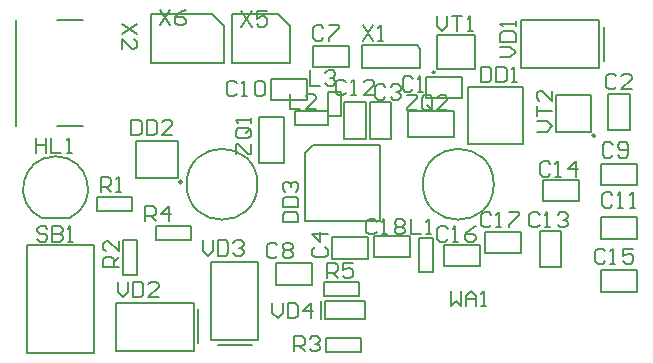
<source format=gto>
G04*
G04 #@! TF.GenerationSoftware,Altium Limited,Altium Designer,23.8.1 (32)*
G04*
G04 Layer_Color=65535*
%FSLAX44Y44*%
%MOMM*%
G71*
G04*
G04 #@! TF.SameCoordinates,BD739B87-A4AA-4D6D-BF89-38DACE635197*
G04*
G04*
G04 #@! TF.FilePolarity,Positive*
G04*
G01*
G75*
%ADD10C,0.2000*%
%ADD11C,0.2540*%
%ADD12C,0.1270*%
D10*
X-116500Y103000D02*
G03*
X-116500Y103000I-30000J0D01*
G01*
X83500D02*
G03*
X83500Y103000I-30000J0D01*
G01*
X-276068Y74177D02*
G03*
X-298597Y74027I-11432J25016D01*
G01*
X-56500Y181000D02*
X-45500D01*
X-56500Y161000D02*
Y181000D01*
Y161000D02*
X-45500D01*
Y181000D01*
X-56500Y153000D02*
Y165000D01*
X-85000D02*
X-56500D01*
X-85000Y153000D02*
Y165000D01*
Y153000D02*
X-56500D01*
X-76500Y72000D02*
Y129250D01*
Y72000D02*
X-12500D01*
Y136000D01*
X-69750D02*
X-12500D01*
X-76500Y129250D02*
X-69750Y136000D01*
X41750Y52000D02*
X72250D01*
Y34000D02*
Y52000D01*
X41750Y34000D02*
X72250D01*
X41750D02*
Y52000D01*
X75750Y63000D02*
X106250D01*
Y45000D02*
Y63000D01*
X75750Y45000D02*
X106250D01*
X75750D02*
Y63000D01*
X174250Y57000D02*
Y75000D01*
Y57000D02*
X204750D01*
Y75000D01*
X174250D02*
X204750D01*
X-252500Y80000D02*
Y92000D01*
Y80000D02*
X-222500D01*
Y92000D01*
X-252500D02*
X-222500D01*
X20000Y57500D02*
X32000D01*
X20000Y29000D02*
Y57500D01*
Y29000D02*
X32000D01*
Y57500D01*
X-53750Y58000D02*
X-23250D01*
Y40000D02*
Y58000D01*
X-53750Y40000D02*
X-23250D01*
X-53750D02*
Y58000D01*
X174250Y102000D02*
X204750D01*
X174250D02*
Y120000D01*
X204750D01*
Y102000D02*
Y120000D01*
X-25000Y141750D02*
Y172250D01*
X-43000Y141750D02*
X-25000D01*
X-43000D02*
Y172250D01*
X-25000D01*
X-236500Y-37750D02*
Y2750D01*
Y-37750D02*
X-170500D01*
Y2750D01*
X-236500D02*
X-170500D01*
X-166500Y-24250D02*
Y-9750D01*
Y-31500D02*
Y-24250D01*
Y-9750D02*
Y-2500D01*
X176500Y229250D02*
Y236500D01*
Y207500D02*
Y214750D01*
Y229250D01*
X106500Y241750D02*
X172500D01*
Y201250D02*
Y241750D01*
X106500Y201250D02*
X172500D01*
X106500D02*
Y241750D01*
X-21500Y141750D02*
X-3500D01*
Y172250D01*
X-21500D02*
X-3500D01*
X-21500Y141750D02*
Y172250D01*
X12750Y41000D02*
Y59000D01*
X-17750D02*
X12750D01*
X-17750Y41000D02*
Y59000D01*
Y41000D02*
X12750D01*
X35500Y200500D02*
X67500D01*
Y229500D01*
X35500D02*
X67500D01*
X35500Y200500D02*
Y229500D01*
X-74250Y174000D02*
Y192000D01*
X-104750D02*
X-74250D01*
X-104750Y174000D02*
Y192000D01*
Y174000D02*
X-74250D01*
X-115500Y121000D02*
X-93750D01*
Y160000D01*
X-115500D02*
X-93750D01*
X-115500Y121000D02*
Y160000D01*
X-70250Y18000D02*
Y36000D01*
X-100750D02*
X-70250D01*
X-100750Y18000D02*
Y36000D01*
Y18000D02*
X-70250D01*
X122500Y63250D02*
X140500D01*
X122500Y32750D02*
Y63250D01*
Y32750D02*
X140500D01*
Y63250D01*
X125250Y89000D02*
Y107000D01*
Y89000D02*
X155750D01*
Y107000D01*
X125250D02*
X155750D01*
X204750Y12000D02*
Y30000D01*
X174250D02*
X204750D01*
X174250Y12000D02*
Y30000D01*
Y12000D02*
X204750D01*
X-39250Y202000D02*
Y220000D01*
X-69750D02*
X-39250D01*
X-69750Y202000D02*
Y220000D01*
Y202000D02*
X-39250D01*
X61500Y137000D02*
Y185000D01*
X108500D01*
X61500Y137000D02*
X108500D01*
Y185000D01*
X-60500Y8000D02*
X-30500D01*
X-60500D02*
Y20000D01*
X-30500D01*
Y8000D02*
Y20000D01*
X25750Y176000D02*
Y194000D01*
Y176000D02*
X56250D01*
Y194000D01*
X25750D02*
X56250D01*
X180500Y179250D02*
X198500D01*
X180500Y148750D02*
Y179250D01*
Y148750D02*
X198500D01*
Y179250D01*
X-202500Y68000D02*
X-172500D01*
Y56000D02*
Y68000D01*
X-202500Y56000D02*
X-172500D01*
X-202500D02*
Y68000D01*
X-58500Y-39000D02*
X-28500D01*
X-58500D02*
Y-27000D01*
X-28500D01*
Y-39000D02*
Y-27000D01*
X-62750Y-11250D02*
Y-10250D01*
Y3750D01*
X-59750D02*
X-25250D01*
Y-11250D02*
Y3750D01*
X-59750Y-11250D02*
X-25250D01*
X-59750D02*
Y3750D01*
X-230500Y26000D02*
Y56000D01*
X-218500D01*
Y26000D02*
Y56000D01*
X-230500Y26000D02*
X-218500D01*
X-128250Y-33000D02*
X-121000D01*
X-150000D02*
X-142750D01*
X-128250D01*
X-115750Y-29000D02*
Y37000D01*
X-156250Y-29000D02*
X-115750D01*
X-156250D02*
Y37000D01*
X-115750D01*
X165500Y147000D02*
Y179000D01*
X136500D02*
X165500D01*
X136500Y147000D02*
Y179000D01*
Y147000D02*
X165500D01*
X11000Y143250D02*
Y165000D01*
Y143250D02*
X50000D01*
Y165000D01*
X11000D02*
X50000D01*
X21250Y201250D02*
Y217750D01*
X18250Y220750D02*
X21250Y217750D01*
X-28250Y220750D02*
X18250D01*
X-28250Y201250D02*
X21250D01*
X-28250D02*
Y220750D01*
X-219000Y108000D02*
X-184000D01*
X-219000D02*
Y140000D01*
X-184000D01*
Y108000D02*
Y140000D01*
X-138500Y205500D02*
Y247500D01*
Y205500D02*
X-89000D01*
Y237250D01*
X-138500Y247500D02*
X-99250D01*
X-89000Y237250D01*
X-154750Y247500D02*
X-144500Y237250D01*
X-206500Y247500D02*
X-154750D01*
X-144500Y205500D02*
Y237250D01*
X-206500Y205500D02*
X-144500D01*
X-206500D02*
Y247500D01*
X-311500Y44000D02*
Y51750D01*
X-255250D01*
Y-40000D02*
Y51750D01*
X-311500Y-40000D02*
X-255250D01*
X-311500D02*
Y44000D01*
X-298597Y74027D02*
X-276318D01*
X-72330Y199498D02*
Y186502D01*
X-63666D01*
X-59334Y197332D02*
X-57168Y199498D01*
X-52836D01*
X-50670Y197332D01*
Y195166D01*
X-52836Y193000D01*
X-55002D01*
X-52836D01*
X-50670Y190834D01*
Y188668D01*
X-52836Y186502D01*
X-57168D01*
X-59334Y188668D01*
X-88830Y179498D02*
Y166502D01*
X-80166D01*
X-67170D02*
X-75834D01*
X-67170Y175166D01*
Y177332D01*
X-69336Y179498D01*
X-73668D01*
X-75834Y177332D01*
X47059Y12563D02*
Y-433D01*
X51391Y3899D01*
X55723Y-433D01*
Y12563D01*
X60055Y-433D02*
Y8231D01*
X64387Y12563D01*
X68719Y8231D01*
Y-433D01*
Y6065D01*
X60055D01*
X73051Y-433D02*
X77383D01*
X75217D01*
Y12563D01*
X73051Y10397D01*
X183988Y93878D02*
X181822Y96044D01*
X177490D01*
X175324Y93878D01*
Y85214D01*
X177490Y83048D01*
X181822D01*
X183988Y85214D01*
X188320Y83048D02*
X192652D01*
X190486D01*
Y96044D01*
X188320Y93878D01*
X199150Y83048D02*
X203482D01*
X201316D01*
Y96044D01*
X199150Y93878D01*
X13336Y73498D02*
Y60502D01*
X22000D01*
X26332D02*
X30664D01*
X28498D01*
Y73498D01*
X26332Y71332D01*
X9672Y178498D02*
X18336D01*
Y176332D01*
X9672Y167668D01*
Y165502D01*
X18336D01*
X31332Y167668D02*
Y176332D01*
X29166Y178498D01*
X24834D01*
X22668Y176332D01*
Y167668D01*
X24834Y165502D01*
X29166D01*
X27000Y169834D02*
X31332Y165502D01*
X29166D02*
X31332Y167668D01*
X44328Y165502D02*
X35664D01*
X44328Y174166D01*
Y176332D01*
X42162Y178498D01*
X37830D01*
X35664Y176332D01*
X-134998Y128838D02*
Y137502D01*
X-132832D01*
X-124168Y128838D01*
X-122002D01*
Y137502D01*
X-124168Y150498D02*
X-132832D01*
X-134998Y148332D01*
Y144000D01*
X-132832Y141834D01*
X-124168D01*
X-122002Y144000D01*
Y148332D01*
X-126334Y146166D02*
X-122002Y150498D01*
Y148332D02*
X-124168Y150498D01*
X-122002Y154830D02*
Y159162D01*
Y156996D01*
X-134998D01*
X-132832Y154830D01*
X-199080Y250748D02*
X-190416Y237752D01*
Y250748D02*
X-199080Y237752D01*
X-177420Y250748D02*
X-181752Y248582D01*
X-186084Y244250D01*
Y239918D01*
X-183918Y237752D01*
X-179586D01*
X-177420Y239918D01*
Y242084D01*
X-179586Y244250D01*
X-186084D01*
X-130080Y249498D02*
X-121416Y236502D01*
Y249498D02*
X-130080Y236502D01*
X-108420Y249498D02*
X-117084D01*
Y243000D01*
X-112752Y245166D01*
X-110586D01*
X-108420Y243000D01*
Y238668D01*
X-110586Y236502D01*
X-114918D01*
X-117084Y238668D01*
X-218502Y238780D02*
X-231498Y230116D01*
X-218502D02*
X-231498Y238780D01*
Y217120D02*
Y225784D01*
X-222834Y217120D01*
X-220668D01*
X-218502Y219286D01*
Y223618D01*
X-220668Y225784D01*
X-27164Y237498D02*
X-18500Y224502D01*
Y237498D02*
X-27164Y224502D01*
X-14168D02*
X-9836D01*
X-12002D01*
Y237498D01*
X-14168Y235332D01*
X120002Y147672D02*
X128666D01*
X132998Y152004D01*
X128666Y156336D01*
X120002D01*
Y160668D02*
Y169332D01*
Y165000D01*
X132998D01*
Y182328D02*
Y173664D01*
X124334Y182328D01*
X122168D01*
X120002Y180162D01*
Y175830D01*
X122168Y173664D01*
X35338Y245498D02*
Y236834D01*
X39670Y232502D01*
X44002Y236834D01*
Y245498D01*
X48334D02*
X56998D01*
X52666D01*
Y232502D01*
X61330D02*
X65662D01*
X63496D01*
Y245498D01*
X61330Y243332D01*
X-103828Y2498D02*
Y-6166D01*
X-99496Y-10498D01*
X-95164Y-6166D01*
Y2498D01*
X-90832D02*
Y-10498D01*
X-84334D01*
X-82168Y-8332D01*
Y332D01*
X-84334Y2498D01*
X-90832D01*
X-71338Y-10498D02*
Y2498D01*
X-77836Y-4000D01*
X-69172D01*
X-162828Y55498D02*
Y46834D01*
X-158496Y42502D01*
X-154164Y46834D01*
Y55498D01*
X-149832D02*
Y42502D01*
X-143334D01*
X-141168Y44668D01*
Y53332D01*
X-143334Y55498D01*
X-149832D01*
X-136836Y53332D02*
X-134670Y55498D01*
X-130338D01*
X-128172Y53332D01*
Y51166D01*
X-130338Y49000D01*
X-132504D01*
X-130338D01*
X-128172Y46834D01*
Y44668D01*
X-130338Y42502D01*
X-134670D01*
X-136836Y44668D01*
X-234828Y20498D02*
Y11834D01*
X-230496Y7502D01*
X-226164Y11834D01*
Y20498D01*
X-221832D02*
Y7502D01*
X-215334D01*
X-213168Y9668D01*
Y18332D01*
X-215334Y20498D01*
X-221832D01*
X-200172Y7502D02*
X-208836D01*
X-200172Y16166D01*
Y18332D01*
X-202338Y20498D01*
X-206670D01*
X-208836Y18332D01*
X89002Y210838D02*
X97666D01*
X101998Y215170D01*
X97666Y219502D01*
X89002D01*
Y223834D02*
X101998D01*
Y230332D01*
X99832Y232498D01*
X91168D01*
X89002Y230332D01*
Y223834D01*
X101998Y236830D02*
Y241162D01*
Y238996D01*
X89002D01*
X91168Y236830D01*
X-294498Y65332D02*
X-296664Y67498D01*
X-300996D01*
X-303162Y65332D01*
Y63166D01*
X-300996Y61000D01*
X-296664D01*
X-294498Y58834D01*
Y56668D01*
X-296664Y54502D01*
X-300996D01*
X-303162Y56668D01*
X-290166Y67498D02*
Y54502D01*
X-283668D01*
X-281502Y56668D01*
Y58834D01*
X-283668Y61000D01*
X-290166D01*
X-283668D01*
X-281502Y63166D01*
Y65332D01*
X-283668Y67498D01*
X-290166D01*
X-277170Y54502D02*
X-272838D01*
X-275004D01*
Y67498D01*
X-277170Y65332D01*
X-57330Y23502D02*
Y36498D01*
X-50832D01*
X-48666Y34332D01*
Y30000D01*
X-50832Y27834D01*
X-57330D01*
X-52998D02*
X-48666Y23502D01*
X-35670Y36498D02*
X-44334D01*
Y30000D01*
X-40002Y32166D01*
X-37836D01*
X-35670Y30000D01*
Y25668D01*
X-37836Y23502D01*
X-42168D01*
X-44334Y25668D01*
X-211330Y71502D02*
Y84498D01*
X-204832D01*
X-202666Y82332D01*
Y78000D01*
X-204832Y75834D01*
X-211330D01*
X-206998D02*
X-202666Y71502D01*
X-191836D02*
Y84498D01*
X-198334Y78000D01*
X-189670D01*
X-85330Y-38498D02*
Y-25502D01*
X-78832D01*
X-76666Y-27668D01*
Y-32000D01*
X-78832Y-34166D01*
X-85330D01*
X-80998D02*
X-76666Y-38498D01*
X-72334Y-27668D02*
X-70168Y-25502D01*
X-65836D01*
X-63670Y-27668D01*
Y-29834D01*
X-65836Y-32000D01*
X-68002D01*
X-65836D01*
X-63670Y-34166D01*
Y-36332D01*
X-65836Y-38498D01*
X-70168D01*
X-72334Y-36332D01*
X-234002Y33170D02*
X-246998D01*
Y39668D01*
X-244832Y41834D01*
X-240500D01*
X-238334Y39668D01*
Y33170D01*
Y37502D02*
X-234002Y41834D01*
Y54830D02*
Y46166D01*
X-242666Y54830D01*
X-244832D01*
X-246998Y52664D01*
Y48332D01*
X-244832Y46166D01*
X-249164Y96502D02*
Y109498D01*
X-242666D01*
X-240500Y107332D01*
Y103000D01*
X-242666Y100834D01*
X-249164D01*
X-244832D02*
X-240500Y96502D01*
X-236168D02*
X-231836D01*
X-234002D01*
Y109498D01*
X-236168Y107332D01*
X-304162Y142498D02*
Y129502D01*
Y136000D01*
X-295498D01*
Y142498D01*
Y129502D01*
X-291166Y142498D02*
Y129502D01*
X-282502D01*
X-278170D02*
X-273838D01*
X-276004D01*
Y142498D01*
X-278170Y140332D01*
X-94998Y70672D02*
X-82002D01*
Y77170D01*
X-84168Y79336D01*
X-92832D01*
X-94998Y77170D01*
Y70672D01*
Y83668D02*
X-82002D01*
Y90166D01*
X-84168Y92332D01*
X-92832D01*
X-94998Y90166D01*
Y83668D01*
X-92832Y96664D02*
X-94998Y98830D01*
Y103162D01*
X-92832Y105328D01*
X-90666D01*
X-88500Y103162D01*
Y100996D01*
Y103162D01*
X-86334Y105328D01*
X-84168D01*
X-82002Y103162D01*
Y98830D01*
X-84168Y96664D01*
X-223328Y157498D02*
Y144502D01*
X-216830D01*
X-214664Y146668D01*
Y155332D01*
X-216830Y157498D01*
X-223328D01*
X-210332D02*
Y144502D01*
X-203834D01*
X-201668Y146668D01*
Y155332D01*
X-203834Y157498D01*
X-210332D01*
X-188672Y144502D02*
X-197336D01*
X-188672Y153166D01*
Y155332D01*
X-190838Y157498D01*
X-195170D01*
X-197336Y155332D01*
X72838Y202498D02*
Y189502D01*
X79336D01*
X81502Y191668D01*
Y200332D01*
X79336Y202498D01*
X72838D01*
X85834D02*
Y189502D01*
X92332D01*
X94498Y191668D01*
Y200332D01*
X92332Y202498D01*
X85834D01*
X98830Y189502D02*
X103162D01*
X100996D01*
Y202498D01*
X98830Y200332D01*
X-15581Y71332D02*
X-17747Y73498D01*
X-22079D01*
X-24245Y71332D01*
Y62668D01*
X-22079Y60502D01*
X-17747D01*
X-15581Y62668D01*
X-11249Y60502D02*
X-6917D01*
X-9083D01*
Y73498D01*
X-11249Y71332D01*
X-419D02*
X1747Y73498D01*
X6079D01*
X8245Y71332D01*
Y69166D01*
X6079Y67000D01*
X8245Y64834D01*
Y62668D01*
X6079Y60502D01*
X1747D01*
X-419Y62668D01*
Y64834D01*
X1747Y67000D01*
X-419Y69166D01*
Y71332D01*
X1747Y67000D02*
X6079D01*
X81419Y77332D02*
X79253Y79498D01*
X74921D01*
X72755Y77332D01*
Y68668D01*
X74921Y66502D01*
X79253D01*
X81419Y68668D01*
X85751Y66502D02*
X90083D01*
X87917D01*
Y79498D01*
X85751Y77332D01*
X96581Y79498D02*
X105245D01*
Y77332D01*
X96581Y68668D01*
Y66502D01*
X44419Y65332D02*
X42253Y67498D01*
X37921D01*
X35755Y65332D01*
Y56668D01*
X37921Y54502D01*
X42253D01*
X44419Y56668D01*
X48751Y54502D02*
X53083D01*
X50917D01*
Y67498D01*
X48751Y65332D01*
X68245Y67498D02*
X63913Y65332D01*
X59581Y61000D01*
Y56668D01*
X61747Y54502D01*
X66079D01*
X68245Y56668D01*
Y58834D01*
X66079Y61000D01*
X59581D01*
X177919Y46332D02*
X175753Y48498D01*
X171421D01*
X169255Y46332D01*
Y37668D01*
X171421Y35502D01*
X175753D01*
X177919Y37668D01*
X182251Y35502D02*
X186583D01*
X184417D01*
Y48498D01*
X182251Y46332D01*
X201745Y48498D02*
X193081D01*
Y42000D01*
X197413Y44166D01*
X199579D01*
X201745Y42000D01*
Y37668D01*
X199579Y35502D01*
X195247D01*
X193081Y37668D01*
X131419Y120332D02*
X129253Y122498D01*
X124921D01*
X122755Y120332D01*
Y111668D01*
X124921Y109502D01*
X129253D01*
X131419Y111668D01*
X135751Y109502D02*
X140083D01*
X137917D01*
Y122498D01*
X135751Y120332D01*
X153079Y109502D02*
Y122498D01*
X146581Y116000D01*
X155245D01*
X122419Y77332D02*
X120253Y79498D01*
X115921D01*
X113755Y77332D01*
Y68668D01*
X115921Y66502D01*
X120253D01*
X122419Y68668D01*
X126751Y66502D02*
X131083D01*
X128917D01*
Y79498D01*
X126751Y77332D01*
X137581D02*
X139747Y79498D01*
X144079D01*
X146245Y77332D01*
Y75166D01*
X144079Y73000D01*
X141913D01*
X144079D01*
X146245Y70834D01*
Y68668D01*
X144079Y66502D01*
X139747D01*
X137581Y68668D01*
X-41581Y189332D02*
X-43747Y191498D01*
X-48079D01*
X-50245Y189332D01*
Y180668D01*
X-48079Y178502D01*
X-43747D01*
X-41581Y180668D01*
X-37249Y178502D02*
X-32917D01*
X-35083D01*
Y191498D01*
X-37249Y189332D01*
X-17755Y178502D02*
X-26419D01*
X-17755Y187166D01*
Y189332D01*
X-19921Y191498D01*
X-24253D01*
X-26419Y189332D01*
X-134081Y188332D02*
X-136247Y190498D01*
X-140579D01*
X-142745Y188332D01*
Y179668D01*
X-140579Y177502D01*
X-136247D01*
X-134081Y179668D01*
X-129749Y177502D02*
X-125417D01*
X-127583D01*
Y190498D01*
X-129749Y188332D01*
X-118919D02*
X-116753Y190498D01*
X-112421D01*
X-110255Y188332D01*
Y179668D01*
X-112421Y177502D01*
X-116753D01*
X-118919Y179668D01*
Y188332D01*
X184334Y136332D02*
X182168Y138498D01*
X177836D01*
X175670Y136332D01*
Y127668D01*
X177836Y125502D01*
X182168D01*
X184334Y127668D01*
X188666D02*
X190832Y125502D01*
X195164D01*
X197330Y127668D01*
Y136332D01*
X195164Y138498D01*
X190832D01*
X188666Y136332D01*
Y134166D01*
X190832Y132000D01*
X197330D01*
X-99666Y51332D02*
X-101832Y53498D01*
X-106164D01*
X-108330Y51332D01*
Y42668D01*
X-106164Y40502D01*
X-101832D01*
X-99666Y42668D01*
X-95334Y51332D02*
X-93168Y53498D01*
X-88836D01*
X-86670Y51332D01*
Y49166D01*
X-88836Y47000D01*
X-86670Y44834D01*
Y42668D01*
X-88836Y40502D01*
X-93168D01*
X-95334Y42668D01*
Y44834D01*
X-93168Y47000D01*
X-95334Y49166D01*
Y51332D01*
X-93168Y47000D02*
X-88836D01*
X-60666Y235332D02*
X-62832Y237498D01*
X-67164D01*
X-69330Y235332D01*
Y226668D01*
X-67164Y224502D01*
X-62832D01*
X-60666Y226668D01*
X-56334Y237498D02*
X-47670D01*
Y235332D01*
X-56334Y226668D01*
Y224502D01*
X-67832Y49834D02*
X-69998Y47668D01*
Y43336D01*
X-67832Y41170D01*
X-59168D01*
X-57002Y43336D01*
Y47668D01*
X-59168Y49834D01*
X-57002Y60664D02*
X-69998D01*
X-63500Y54166D01*
Y62830D01*
X-8166Y185332D02*
X-10332Y187498D01*
X-14664D01*
X-16830Y185332D01*
Y176668D01*
X-14664Y174502D01*
X-10332D01*
X-8166Y176668D01*
X-3834Y185332D02*
X-1668Y187498D01*
X2664D01*
X4830Y185332D01*
Y183166D01*
X2664Y181000D01*
X498D01*
X2664D01*
X4830Y178834D01*
Y176668D01*
X2664Y174502D01*
X-1668D01*
X-3834Y176668D01*
X187334Y194332D02*
X185168Y196498D01*
X180836D01*
X178670Y194332D01*
Y185668D01*
X180836Y183502D01*
X185168D01*
X187334Y185668D01*
X200330Y183502D02*
X191666D01*
X200330Y192166D01*
Y194332D01*
X198164Y196498D01*
X193832D01*
X191666Y194332D01*
X15000Y192332D02*
X12834Y194498D01*
X8502D01*
X6336Y192332D01*
Y183668D01*
X8502Y181502D01*
X12834D01*
X15000Y183668D01*
X19332Y181502D02*
X23664D01*
X21498D01*
Y194498D01*
X19332Y192332D01*
D11*
X33651Y198000D02*
G03*
X33651Y198000I-901J0D01*
G01*
X168901Y144250D02*
G03*
X168901Y144250I-901J0D01*
G01*
X-180439Y105000D02*
G03*
X-180439Y105000I-1061J0D01*
G01*
D12*
X-286000Y152300D02*
X-264000D01*
X-286000Y241700D02*
X-264000D01*
X-320700Y152300D02*
Y241700D01*
M02*

</source>
